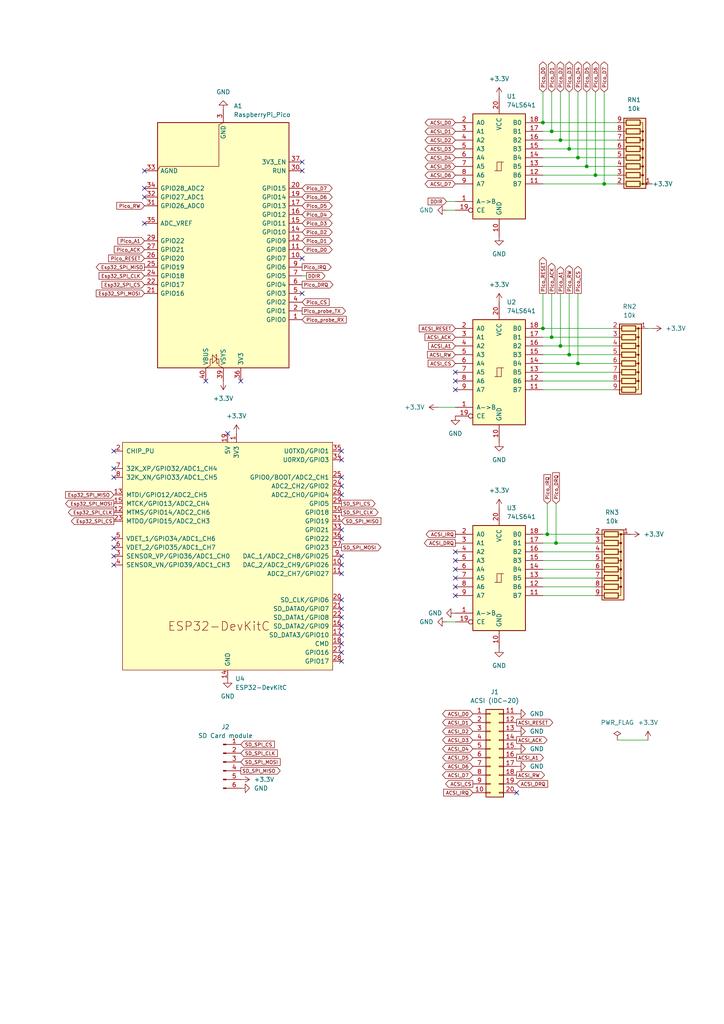
<source format=kicad_sch>
(kicad_sch (version 20231120) (generator "eeschema") (generator_version "8.0")
  (paper "A4" portrait)
  (title_block (title "Fujinet Atari 16 bit rev0") (date "2024-10-13") (rev "0"))
  (lib_symbols
    (symbol "74xx:74LS245" (pin_names (offset 1.016))
      (property "Reference" "U" (at -7.62 16.51 0))
      (property "Value" "74LS245" (at -7.62 -16.51 0))
      (symbol "74LS245_1_0"
        (polyline (pts (xy -0.635 -1.27) (xy -0.635 1.27) (xy 0.635 1.27)))
        (polyline (pts (xy -1.27 -1.27) (xy 0.635 -1.27) (xy 0.635 1.27) (xy 1.27 1.27)))
        (pin input line (at -12.7 -10.16 0) (length 5.08) (name "A->B") (number "1"))
        (pin power_in line (at 0 -20.32 90) (length 5.08) (name "GND") (number "10"))
        (pin tri_state line (at 12.7 -5.08 180) (length 5.08) (name "B7") (number "11"))
        (pin tri_state line (at 12.7 -2.54 180) (length 5.08) (name "B6") (number "12"))
        (pin tri_state line (at 12.7 0 180) (length 5.08) (name "B5") (number "13"))
        (pin tri_state line (at 12.7 2.54 180) (length 5.08) (name "B4") (number "14"))
        (pin tri_state line (at 12.7 5.08 180) (length 5.08) (name "B3") (number "15"))
        (pin tri_state line (at 12.7 7.62 180) (length 5.08) (name "B2") (number "16"))
        (pin tri_state line (at 12.7 10.16 180) (length 5.08) (name "B1") (number "17"))
        (pin tri_state line (at 12.7 12.7 180) (length 5.08) (name "B0") (number "18"))
        (pin input inverted (at -12.7 -12.7 0) (length 5.08) (name "CE") (number "19"))
        (pin tri_state line (at -12.7 12.7 0) (length 5.08) (name "A0") (number "2"))
        (pin power_in line (at 0 20.32 270) (length 5.08) (name "VCC") (number "20"))
        (pin tri_state line (at -12.7 10.16 0) (length 5.08) (name "A1") (number "3"))
        (pin tri_state line (at -12.7 7.62 0) (length 5.08) (name "A2") (number "4"))
        (pin tri_state line (at -12.7 5.08 0) (length 5.08) (name "A3") (number "5"))
        (pin tri_state line (at -12.7 2.54 0) (length 5.08) (name "A4") (number "6"))
        (pin tri_state line (at -12.7 0 0) (length 5.08) (name "A5") (number "7"))
        (pin tri_state line (at -12.7 -2.54 0) (length 5.08) (name "A6") (number "8"))
        (pin tri_state line (at -12.7 -5.08 0) (length 5.08) (name "A7") (number "9"))
      )
      (symbol "74LS245_1_1"
        (rectangle (start -7.62 15.24) (end 7.62 -15.24) (stroke (width 0.254)) (fill (type background)))
      )
    )
    (symbol "Connector:Conn_01x06_Pin" (pin_names (offset 1.016) hide)
      (property "Reference" "J" (at 0 7.62 0))
      (property "Value" "Conn_01x06_Pin" (at 0 -10.16 0))
      (symbol "Conn_01x06_Pin_1_1"
        (polyline (pts (xy 1.27 -7.62) (xy 0.8636 -7.62)) (stroke (width 0.1524)))
        (polyline (pts (xy 1.27 -5.08) (xy 0.8636 -5.08)) (stroke (width 0.1524)))
        (polyline (pts (xy 1.27 -2.54) (xy 0.8636 -2.54)) (stroke (width 0.1524)))
        (polyline (pts (xy 1.27 0) (xy 0.8636 0)) (stroke (width 0.1524)))
        (polyline (pts (xy 1.27 2.54) (xy 0.8636 2.54)) (stroke (width 0.1524)))
        (polyline (pts (xy 1.27 5.08) (xy 0.8636 5.08)) (stroke (width 0.1524)))
        (rectangle (start 0.8636 -7.493) (end 0 -7.747) (stroke (width 0.1524)) (fill (type outline)))
        (rectangle (start 0.8636 -4.953) (end 0 -5.207) (stroke (width 0.1524)) (fill (type outline)))
        (rectangle (start 0.8636 -2.413) (end 0 -2.667) (stroke (width 0.1524)) (fill (type outline)))
        (rectangle (start 0.8636 0.127) (end 0 -0.127) (stroke (width 0.1524)) (fill (type outline)))
        (rectangle (start 0.8636 2.667) (end 0 2.413) (stroke (width 0.1524)) (fill (type outline)))
        (rectangle (start 0.8636 5.207) (end 0 4.953) (stroke (width 0.1524)) (fill (type outline)))
        (pin passive line (at 5.08 5.08 180) (length 3.81) (name "Pin_1") (number "1"))
        (pin passive line (at 5.08 2.54 180) (length 3.81) (name "Pin_2") (number "2"))
        (pin passive line (at 5.08 0 180) (length 3.81) (name "Pin_3") (number "3"))
        (pin passive line (at 5.08 -2.54 180) (length 3.81) (name "Pin_4") (number "4"))
        (pin passive line (at 5.08 -5.08 180) (length 3.81) (name "Pin_5") (number "5"))
        (pin passive line (at 5.08 -7.62 180) (length 3.81) (name "Pin_6") (number "6"))
      )
    )
    (symbol "Connector_Generic:Conn_02x10_Top_Bottom" (pin_names (offset 1.016) hide)
      (property "Reference" "J" (at 1.27 12.7 0))
      (property "Value" "Conn_02x10_Top_Bottom" (at 1.27 -15.24 0))
      (symbol "Conn_02x10_Top_Bottom_1_1"
        (rectangle (start -1.27 -12.573) (end 0 -12.827) (stroke (width 0.1524)))
        (rectangle (start -1.27 -10.033) (end 0 -10.287) (stroke (width 0.1524)))
        (rectangle (start -1.27 -7.493) (end 0 -7.747) (stroke (width 0.1524)))
        (rectangle (start -1.27 -4.953) (end 0 -5.207) (stroke (width 0.1524)))
        (rectangle (start -1.27 -2.413) (end 0 -2.667) (stroke (width 0.1524)))
        (rectangle (start -1.27 0.127) (end 0 -0.127) (stroke (width 0.1524)))
        (rectangle (start -1.27 2.667) (end 0 2.413) (stroke (width 0.1524)))
        (rectangle (start -1.27 5.207) (end 0 4.953) (stroke (width 0.1524)))
        (rectangle (start -1.27 7.747) (end 0 7.493) (stroke (width 0.1524)))
        (rectangle (start -1.27 10.287) (end 0 10.033) (stroke (width 0.1524)))
        (rectangle (start -1.27 11.43) (end 3.81 -13.97) (stroke (width 0.254)) (fill (type background)))
        (rectangle (start 3.81 -12.573) (end 2.54 -12.827) (stroke (width 0.1524)))
        (rectangle (start 3.81 -10.033) (end 2.54 -10.287) (stroke (width 0.1524)))
        (rectangle (start 3.81 -7.493) (end 2.54 -7.747) (stroke (width 0.1524)))
        (rectangle (start 3.81 -4.953) (end 2.54 -5.207) (stroke (width 0.1524)))
        (rectangle (start 3.81 -2.413) (end 2.54 -2.667) (stroke (width 0.1524)))
        (rectangle (start 3.81 0.127) (end 2.54 -0.127) (stroke (width 0.1524)))
        (rectangle (start 3.81 2.667) (end 2.54 2.413) (stroke (width 0.1524)))
        (rectangle (start 3.81 5.207) (end 2.54 4.953) (stroke (width 0.1524)))
        (rectangle (start 3.81 7.747) (end 2.54 7.493) (stroke (width 0.1524)))
        (rectangle (start 3.81 10.287) (end 2.54 10.033) (stroke (width 0.1524)))
        (pin passive line (at -5.08 10.16 0) (length 3.81) (name "Pin_1") (number "1"))
        (pin passive line (at -5.08 -12.7 0) (length 3.81) (name "Pin_10") (number "10"))
        (pin passive line (at 7.62 10.16 180) (length 3.81) (name "Pin_11") (number "11"))
        (pin passive line (at 7.62 7.62 180) (length 3.81) (name "Pin_12") (number "12"))
        (pin passive line (at 7.62 5.08 180) (length 3.81) (name "Pin_13") (number "13"))
        (pin passive line (at 7.62 2.54 180) (length 3.81) (name "Pin_14") (number "14"))
        (pin passive line (at 7.62 0 180) (length 3.81) (name "Pin_15") (number "15"))
        (pin passive line (at 7.62 -2.54 180) (length 3.81) (name "Pin_16") (number "16"))
        (pin passive line (at 7.62 -5.08 180) (length 3.81) (name "Pin_17") (number "17"))
        (pin passive line (at 7.62 -7.62 180) (length 3.81) (name "Pin_18") (number "18"))
        (pin passive line (at 7.62 -10.16 180) (length 3.81) (name "Pin_19") (number "19"))
        (pin passive line (at -5.08 7.62 0) (length 3.81) (name "Pin_2") (number "2"))
        (pin passive line (at 7.62 -12.7 180) (length 3.81) (name "Pin_20") (number "20"))
        (pin passive line (at -5.08 5.08 0) (length 3.81) (name "Pin_3") (number "3"))
        (pin passive line (at -5.08 2.54 0) (length 3.81) (name "Pin_4") (number "4"))
        (pin passive line (at -5.08 0 0) (length 3.81) (name "Pin_5") (number "5"))
        (pin passive line (at -5.08 -2.54 0) (length 3.81) (name "Pin_6") (number "6"))
        (pin passive line (at -5.08 -5.08 0) (length 3.81) (name "Pin_7") (number "7"))
        (pin passive line (at -5.08 -7.62 0) (length 3.81) (name "Pin_8") (number "8"))
        (pin passive line (at -5.08 -10.16 0) (length 3.81) (name "Pin_9") (number "9"))
      )
    )
    (symbol "Device:R_Network08" (pin_names (offset 0) hide)
      (property "Reference" "RN" (at -12.7 0 90))
      (property "Value" "R_Network08" (at 10.16 0 90))
      (symbol "R_Network08_0_1"
        (rectangle (start -11.43 -3.175) (end 8.89 3.175) (stroke (width 0.254)) (fill (type background)))
        (rectangle (start -10.922 1.524) (end -9.398 -2.54) (stroke (width 0.254)))
        (circle (center -10.16 2.286) (radius 0.254) (fill (type outline)))
        (rectangle (start -8.382 1.524) (end -6.858 -2.54) (stroke (width 0.254)))
        (circle (center -7.62 2.286) (radius 0.254) (fill (type outline)))
        (rectangle (start -5.842 1.524) (end -4.318 -2.54) (stroke (width 0.254)))
        (circle (center -5.08 2.286) (radius 0.254) (fill (type outline)))
        (rectangle (start -3.302 1.524) (end -1.778 -2.54) (stroke (width 0.254)))
        (circle (center -2.54 2.286) (radius 0.254) (fill (type outline)))
        (rectangle (start -0.762 1.524) (end 0.762 -2.54) (stroke (width 0.254)))
        (polyline (pts (xy -10.16 -2.54) (xy -10.16 -3.81)))
        (polyline (pts (xy -7.62 -2.54) (xy -7.62 -3.81)))
        (polyline (pts (xy -5.08 -2.54) (xy -5.08 -3.81)))
        (polyline (pts (xy -2.54 -2.54) (xy -2.54 -3.81)))
        (polyline (pts (xy 0 -2.54) (xy 0 -3.81)))
        (polyline (pts (xy 2.54 -2.54) (xy 2.54 -3.81)))
        (polyline (pts (xy 5.08 -2.54) (xy 5.08 -3.81)))
        (polyline (pts (xy 7.62 -2.54) (xy 7.62 -3.81)))
        (polyline (pts (xy -10.16 1.524) (xy -10.16 2.286) (xy -7.62 2.286) (xy -7.62 1.524)))
        (polyline (pts (xy -7.62 1.524) (xy -7.62 2.286) (xy -5.08 2.286) (xy -5.08 1.524)))
        (polyline (pts (xy -5.08 1.524) (xy -5.08 2.286) (xy -2.54 2.286) (xy -2.54 1.524)))
        (polyline (pts (xy -2.54 1.524) (xy -2.54 2.286) (xy 0 2.286) (xy 0 1.524)))
        (polyline (pts (xy 0 1.524) (xy 0 2.286) (xy 2.54 2.286) (xy 2.54 1.524)))
        (polyline (pts (xy 2.54 1.524) (xy 2.54 2.286) (xy 5.08 2.286) (xy 5.08 1.524)))
        (polyline (pts (xy 5.08 1.524) (xy 5.08 2.286) (xy 7.62 2.286) (xy 7.62 1.524)))
        (circle (center 0 2.286) (radius 0.254) (fill (type outline)))
        (rectangle (start 1.778 1.524) (end 3.302 -2.54) (stroke (width 0.254)))
        (circle (center 2.54 2.286) (radius 0.254) (fill (type outline)))
        (rectangle (start 4.318 1.524) (end 5.842 -2.54) (stroke (width 0.254)))
        (circle (center 5.08 2.286) (radius 0.254) (fill (type outline)))
        (rectangle (start 6.858 1.524) (end 8.382 -2.54) (stroke (width 0.254)))
      )
      (symbol "R_Network08_1_1"
        (pin passive line (at -10.16 5.08 270) (length 2.54) (name "common") (number "1"))
        (pin passive line (at -10.16 -5.08 90) (length 1.27) (name "R1") (number "2"))
        (pin passive line (at -7.62 -5.08 90) (length 1.27) (name "R2") (number "3"))
        (pin passive line (at -5.08 -5.08 90) (length 1.27) (name "R3") (number "4"))
        (pin passive line (at -2.54 -5.08 90) (length 1.27) (name "R4") (number "5"))
        (pin passive line (at 0 -5.08 90) (length 1.27) (name "R5") (number "6"))
        (pin passive line (at 2.54 -5.08 90) (length 1.27) (name "R6") (number "7"))
        (pin passive line (at 5.08 -5.08 90) (length 1.27) (name "R7") (number "8"))
        (pin passive line (at 7.62 -5.08 90) (length 1.27) (name "R8") (number "9"))
      )
    )
    (symbol "esp32:ESP32-DevKitC" (pin_names (offset 1.016))
      (property "Reference" "U" (at -30.48 38.1 0))
      (property "Value" "ESP32-DevKitC" (at -30.48 35.56 0))
      (symbol "ESP32-DevKitC_0_0"
        (text "ESP32-DevKitC" (at -2.54 -20.32 0) (effects (font (size 2.54 2.54))))
        (pin power_in line (at 0 -35.56 90) (length 2.54) (name "GND") (number "14"))
        (pin power_in line (at 0 35.56 270) (length 2.54) (name "5V") (number "19"))
      )
      (symbol "ESP32-DevKitC_0_1"
        (rectangle (start -30.48 33.02) (end 30.48 -33.02) (fill (type background)))
      )
      (symbol "ESP32-DevKitC_1_1"
        (pin power_in line (at 2.54 35.56 270) (length 2.54) (name "3V3") (number "1"))
        (pin bidirectional line (at 33.02 -2.54 180) (length 2.54) (name "DAC_2/ADC2_CH9/GPIO26") (number "10"))
        (pin bidirectional line (at 33.02 -5.08 180) (length 2.54) (name "ADC2_CH7/GPIO27") (number "11"))
        (pin bidirectional line (at -33.02 12.7 0) (length 2.54) (name "MTMS/GPIO14/ADC2_CH6") (number "12"))
        (pin bidirectional line (at -33.02 17.78 0) (length 2.54) (name "MTDI/GPIO12/ADC2_CH5") (number "13"))
        (pin bidirectional line (at -33.02 15.24 0) (length 2.54) (name "MTCK/GPIO13/ADC2_CH4") (number "15"))
        (pin bidirectional line (at 33.02 -20.32 180) (length 2.54) (name "SD_DATA2/GPIO9") (number "16"))
        (pin bidirectional line (at 33.02 -22.86 180) (length 2.54) (name "SD_DATA3/GPIO10") (number "17"))
        (pin bidirectional line (at 33.02 -25.4 180) (length 2.54) (name "CMD") (number "18"))
        (pin input line (at -33.02 30.48 0) (length 2.54) (name "CHIP_PU") (number "2"))
        (pin bidirectional line (at 33.02 -12.7 180) (length 2.54) (name "SD_CLK/GPIO6") (number "20"))
        (pin bidirectional line (at 33.02 -15.24 180) (length 2.54) (name "SD_DATA0/GPIO7") (number "21"))
        (pin bidirectional line (at 33.02 -17.78 180) (length 2.54) (name "SD_DATA1/GPIO8") (number "22"))
        (pin bidirectional line (at -33.02 10.16 0) (length 2.54) (name "MTDO/GPIO15/ADC2_CH3") (number "23"))
        (pin bidirectional line (at 33.02 20.32 180) (length 2.54) (name "ADC2_CH2/GPIO2") (number "24"))
        (pin bidirectional line (at 33.02 22.86 180) (length 2.54) (name "GPIO0/BOOT/ADC2_CH1") (number "25"))
        (pin bidirectional line (at 33.02 17.78 180) (length 2.54) (name "ADC2_CH0/GPIO4") (number "26"))
        (pin bidirectional line (at 33.02 -27.94 180) (length 2.54) (name "GPIO16") (number "27"))
        (pin bidirectional line (at 33.02 -30.48 180) (length 2.54) (name "GPIO17") (number "28"))
        (pin bidirectional line (at 33.02 15.24 180) (length 2.54) (name "GPIO5") (number "29"))
        (pin input line (at -33.02 0 0) (length 2.54) (name "SENSOR_VP/GPIO36/ADC1_CH0") (number "3"))
        (pin bidirectional line (at 33.02 12.7 180) (length 2.54) (name "GPIO18") (number "30"))
        (pin bidirectional line (at 33.02 10.16 180) (length 2.54) (name "GPIO19") (number "31"))
        (pin passive line (at 0 -35.56 90) (length 2.54) hide (name "GND") (number "32"))
        (pin bidirectional line (at 33.02 7.62 180) (length 2.54) (name "GPIO21") (number "33"))
        (pin bidirectional line (at 33.02 27.94 180) (length 2.54) (name "U0RXD/GPIO3") (number "34"))
        (pin bidirectional line (at 33.02 30.48 180) (length 2.54) (name "U0TXD/GPIO1") (number "35"))
        (pin bidirectional line (at 33.02 5.08 180) (length 2.54) (name "GPIO22") (number "36"))
        (pin bidirectional line (at 33.02 2.54 180) (length 2.54) (name "GPIO23") (number "37"))
        (pin passive line (at 0 -35.56 90) (length 2.54) hide (name "GND") (number "38"))
        (pin input line (at -33.02 -2.54 0) (length 2.54) (name "SENSOR_VN/GPIO39/ADC1_CH3") (number "4"))
        (pin input line (at -33.02 5.08 0) (length 2.54) (name "VDET_1/GPIO34/ADC1_CH6") (number "5"))
        (pin input line (at -33.02 2.54 0) (length 2.54) (name "VDET_2/GPIO35/ADC1_CH7") (number "6"))
        (pin bidirectional line (at -33.02 25.4 0) (length 2.54) (name "32K_XP/GPIO32/ADC1_CH4") (number "7"))
        (pin bidirectional line (at -33.02 22.86 0) (length 2.54) (name "32K_XN/GPIO33/ADC1_CH5") (number "8"))
        (pin bidirectional line (at 33.02 0 180) (length 2.54) (name "DAC_1/ADC2_CH8/GPIO25") (number "9"))
      )
    )
    (symbol "pi_pico:RaspberryPi_Pico" (pin_names (offset 0.762))
      (property "Reference" "A" (at -19.05 38.1 0))
      (property "Value" "RaspberryPi_Pico" (at 7.62 38.1 0))
      (symbol "RaspberryPi_Pico_0_1"
        (rectangle (start -19.05 36.83) (end 19.05 -34.29) (stroke (width 0.254)) (fill (type background)))
        (polyline (pts (xy 0 36.83) (xy 1.27 36.195) (xy 1.27 34.29) (xy 1.905 34.29)))
        (polyline (pts (xy 1.905 34.29) (xy 3.175 35.56) (xy 3.175 33.02) (xy 1.905 34.29)))
        (polyline (pts (xy 5.08 36.83) (xy 3.81 36.195) (xy 3.81 34.29) (xy 3.175 34.29)))
        (polyline (pts (xy 0 -34.29) (xy 1.27 -33.655) (xy 1.27 -21.59) (xy 18.415 -21.59) (xy 19.05 -20.32)))
        (polyline (pts (xy 1.651 35.306) (xy 1.651 35.56) (xy 1.905 35.56) (xy 1.905 33.02) (xy 2.159 33.02) (xy 2.159 33.274)))
      )
      (symbol "RaspberryPi_Pico_1_1"
        (pin bidirectional line (at -22.86 22.86 0) (length 3.81) (name "GPIO0") (number "1"))
        (pin bidirectional line (at -22.86 5.08 0) (length 3.81) (name "GPIO7") (number "10"))
        (pin bidirectional line (at -22.86 2.54 0) (length 3.81) (name "GPIO8") (number "11"))
        (pin bidirectional line (at -22.86 0 0) (length 3.81) (name "GPIO9") (number "12"))
        (pin passive line (at 0 -38.1 90) (length 3.81) hide (name "GND") (number "13"))
        (pin bidirectional line (at -22.86 -2.54 0) (length 3.81) (name "GPIO10") (number "14"))
        (pin bidirectional line (at -22.86 -5.08 0) (length 3.81) (name "GPIO11") (number "15"))
        (pin bidirectional line (at -22.86 -7.62 0) (length 3.81) (name "GPIO12") (number "16"))
        (pin bidirectional line (at -22.86 -10.16 0) (length 3.81) (name "GPIO13") (number "17"))
        (pin passive line (at 0 -38.1 90) (length 3.81) hide (name "GND") (number "18"))
        (pin bidirectional line (at -22.86 -12.7 0) (length 3.81) (name "GPIO14") (number "19"))
        (pin bidirectional line (at -22.86 20.32 0) (length 3.81) (name "GPIO1") (number "2"))
        (pin bidirectional line (at -22.86 -15.24 0) (length 3.81) (name "GPIO15") (number "20"))
        (pin bidirectional line (at 22.86 15.24 180) (length 3.81) (name "GPIO16") (number "21"))
        (pin bidirectional line (at 22.86 12.7 180) (length 3.81) (name "GPIO17") (number "22"))
        (pin passive line (at 0 -38.1 90) (length 3.81) hide (name "GND") (number "23"))
        (pin bidirectional line (at 22.86 10.16 180) (length 3.81) (name "GPIO18") (number "24"))
        (pin bidirectional line (at 22.86 7.62 180) (length 3.81) (name "GPIO19") (number "25"))
        (pin bidirectional line (at 22.86 5.08 180) (length 3.81) (name "GPIO20") (number "26"))
        (pin bidirectional line (at 22.86 2.54 180) (length 3.81) (name "GPIO21") (number "27"))
        (pin passive line (at 0 -38.1 90) (length 3.81) hide (name "GND") (number "28"))
        (pin bidirectional line (at 22.86 0 180) (length 3.81) (name "GPIO22") (number "29"))
        (pin power_out line (at 0 -38.1 90) (length 3.81) (name "GND") (number "3"))
        (pin input line (at -22.86 -20.32 0) (length 3.81) (name "RUN") (number "30"))
        (pin bidirectional line (at 22.86 -10.16 180) (length 3.81) (name "GPIO26_ADC0") (number "31"))
        (pin bidirectional line (at 22.86 -12.7 180) (length 3.81) (name "GPIO27_ADC1") (number "32"))
        (pin power_out line (at 22.86 -20.32 180) (length 3.81) (name "AGND") (number "33"))
        (pin bidirectional line (at 22.86 -15.24 180) (length 3.81) (name "GPIO28_ADC2") (number "34"))
        (pin power_in line (at 22.86 -5.08 180) (length 3.81) (name "ADC_VREF") (number "35"))
        (pin power_out line (at -5.08 40.64 270) (length 3.81) (name "3V3") (number "36"))
        (pin input line (at -22.86 -22.86 0) (length 3.81) (name "3V3_EN") (number "37"))
        (pin passive line (at 0 -38.1 90) (length 3.81) hide (name "GND") (number "38"))
        (pin power_in line (at 0 40.64 270) (length 3.81) (name "VSYS") (number "39"))
        (pin bidirectional line (at -22.86 17.78 0) (length 3.81) (name "GPIO2") (number "4"))
        (pin power_out line (at 5.08 40.64 270) (length 3.81) (name "VBUS") (number "40"))
        (pin bidirectional line (at -22.86 15.24 0) (length 3.81) (name "GPIO3") (number "5"))
        (pin bidirectional line (at -22.86 12.7 0) (length 3.81) (name "GPIO4") (number "6"))
        (pin bidirectional line (at -22.86 10.16 0) (length 3.81) (name "GPIO5") (number "7"))
        (pin passive line (at 0 -38.1 90) (length 3.81) hide (name "GND") (number "8"))
        (pin bidirectional line (at -22.86 7.62 0) (length 3.81) (name "GPIO6") (number "9"))
      )
    )
    (symbol "power:+3.3V" (power) (pin_numbers hide) (pin_names (offset 0) hide)
      (property "Value" "+3.3V" (at 0 3.556 0))
      (symbol "+3.3V_0_1"
        (polyline (pts (xy -0.762 1.27) (xy 0 2.54)))
        (polyline (pts (xy 0 0) (xy 0 2.54)))
        (polyline (pts (xy 0 2.54) (xy 0.762 1.27)))
      )
      (symbol "+3.3V_1_1"
        (pin power_in line (at 0 0 90) (length 0) (name "~") (number "1"))
      )
    )
    (symbol "power:GND" (power) (pin_numbers hide) (pin_names (offset 0) hide)
      (property "Value" "GND" (at 0 -3.81 0))
      (symbol "GND_0_1"
        (polyline (pts (xy 0 0) (xy 0 -1.27) (xy 1.27 -1.27) (xy 0 -2.54) (xy -1.27 -1.27) (xy 0 -1.27)))
      )
      (symbol "GND_1_1"
        (pin power_in line (at 0 0 270) (length 0) (name "~") (number "1"))
      )
    )
    (symbol "power:PWR_FLAG" (power) (pin_numbers hide) (pin_names (offset 0) hide)
      (property "Value" "PWR_FLAG" (at 0 3.81 0))
      (symbol "PWR_FLAG_0_0"
        (pin power_out line (at 0 0 90) (length 0) (name "~") (number "1"))
      )
      (symbol "PWR_FLAG_0_1"
        (polyline (pts (xy 0 0) (xy 0 1.27) (xy -1.016 1.905) (xy 0 2.54) (xy 1.016 1.905) (xy 0 1.27)))
      )
    )
  )
  (junction (at 172.72 50.8))
  (junction (at 160.02 38.1))
  (junction (at 160.02 97.79))
  (junction (at 162.56 40.64))
  (junction (at 165.1 102.87))
  (junction (at 157.48 35.56))
  (junction (at 167.64 105.41))
  (junction (at 162.56 100.33))
  (junction (at 158.75 154.94))
  (junction (at 165.1 43.18))
  (junction (at 175.26 53.34))
  (junction (at 157.48 95.25))
  (junction (at 170.18 48.26))
  (junction (at 161.29 157.48))
  (junction (at 167.64 45.72))
  (no_connect (at 99.06 179.07))
  (no_connect (at 99.06 184.15))
  (no_connect (at 99.06 186.69))
  (no_connect (at 132.08 167.64))
  (no_connect (at 99.06 133.35))
  (no_connect (at 41.91 57.15))
  (no_connect (at 33.02 138.43))
  (no_connect (at 132.08 170.18))
  (no_connect (at 132.08 113.03))
  (no_connect (at 33.02 156.21))
  (no_connect (at 149.86 229.87))
  (no_connect (at 99.06 143.51))
  (no_connect (at 66.04 125.73))
  (no_connect (at 41.91 54.61))
  (no_connect (at 99.06 130.81))
  (no_connect (at 87.63 49.53))
  (no_connect (at 33.02 135.89))
  (no_connect (at 99.06 189.23))
  (no_connect (at 132.08 162.56))
  (no_connect (at 99.06 138.43))
  (no_connect (at 99.06 153.67))
  (no_connect (at 99.06 140.97))
  (no_connect (at 99.06 163.83))
  (no_connect (at 132.08 107.95))
  (no_connect (at 99.06 156.21))
  (no_connect (at 87.63 85.09))
  (no_connect (at 87.63 46.99))
  (no_connect (at 99.06 166.37))
  (no_connect (at 132.08 160.02))
  (no_connect (at 132.08 165.1))
  (no_connect (at 99.06 161.29))
  (no_connect (at 99.06 191.77))
  (no_connect (at 99.06 173.99))
  (no_connect (at 41.91 49.53))
  (no_connect (at 33.02 163.83))
  (no_connect (at 41.91 64.77))
  (no_connect (at 33.02 130.81))
  (no_connect (at 87.63 74.93))
  (no_connect (at 33.02 158.75))
  (no_connect (at 99.06 181.61))
  (no_connect (at 69.85 110.49))
  (no_connect (at 132.08 172.72))
  (no_connect (at 99.06 176.53))
  (no_connect (at 132.08 110.49))
  (no_connect (at 33.02 161.29))
  (no_connect (at 59.69 110.49))
  (wire (pts (xy 189.23 53.34) (xy 185.42 53.34)))
  (wire (pts (xy 157.48 110.49) (xy 177.8 110.49)))
  (wire (pts (xy 162.56 85.09) (xy 162.56 100.33)))
  (wire (pts (xy 157.48 50.8) (xy 172.72 50.8)))
  (wire (pts (xy 157.48 170.18) (xy 172.72 170.18)))
  (wire (pts (xy 179.07 53.34) (xy 175.26 53.34)))
  (wire (pts (xy 165.1 26.67) (xy 165.1 43.18)))
  (wire (pts (xy 162.56 26.67) (xy 162.56 40.64)))
  (wire (pts (xy 165.1 43.18) (xy 179.07 43.18)))
  (wire (pts (xy 157.48 100.33) (xy 162.56 100.33)))
  (wire (pts (xy 132.08 60.96) (xy 129.54 60.96)))
  (wire (pts (xy 157.48 105.41) (xy 167.64 105.41)))
  (wire (pts (xy 157.48 85.09) (xy 157.48 95.25)))
  (wire (pts (xy 160.02 38.1) (xy 179.07 38.1)))
  (wire (pts (xy 161.29 157.48) (xy 172.72 157.48)))
  (wire (pts (xy 129.54 58.42) (xy 132.08 58.42)))
  (wire (pts (xy 157.48 172.72) (xy 172.72 172.72)))
  (wire (pts (xy 157.48 160.02) (xy 172.72 160.02)))
  (wire (pts (xy 132.08 180.34) (xy 129.54 180.34)))
  (wire (pts (xy 167.64 45.72) (xy 179.07 45.72)))
  (wire (pts (xy 157.48 43.18) (xy 165.1 43.18)))
  (wire (pts (xy 172.72 26.67) (xy 172.72 50.8)))
  (wire (pts (xy 170.18 48.26) (xy 179.07 48.26)))
  (wire (pts (xy 157.48 167.64) (xy 172.72 167.64)))
  (wire (pts (xy 161.29 146.05) (xy 161.29 157.48)))
  (wire (pts (xy 157.48 113.03) (xy 177.8 113.03)))
  (wire (pts (xy 167.64 85.09) (xy 167.64 105.41)))
  (wire (pts (xy 172.72 50.8) (xy 179.07 50.8)))
  (wire (pts (xy 160.02 97.79) (xy 177.8 97.79)))
  (wire (pts (xy 160.02 85.09) (xy 160.02 97.79)))
  (wire (pts (xy 170.18 26.67) (xy 170.18 48.26)))
  (wire (pts (xy 157.48 107.95) (xy 177.8 107.95)))
  (wire (pts (xy 160.02 26.67) (xy 160.02 38.1)))
  (wire (pts (xy 157.48 53.34) (xy 175.26 53.34)))
  (wire (pts (xy 187.96 95.25) (xy 189.23 95.25)))
  (wire (pts (xy 167.64 26.67) (xy 167.64 45.72)))
  (wire (pts (xy 162.56 40.64) (xy 179.07 40.64)))
  (wire (pts (xy 157.48 48.26) (xy 170.18 48.26)))
  (wire (pts (xy 162.56 100.33) (xy 177.8 100.33)))
  (wire (pts (xy 157.48 162.56) (xy 172.72 162.56)))
  (wire (pts (xy 158.75 154.94) (xy 172.72 154.94)))
  (wire (pts (xy 157.48 35.56) (xy 179.07 35.56)))
  (wire (pts (xy 157.48 154.94) (xy 158.75 154.94)))
  (wire (pts (xy 157.48 45.72) (xy 167.64 45.72)))
  (wire (pts (xy 157.48 102.87) (xy 165.1 102.87)))
  (wire (pts (xy 157.48 97.79) (xy 160.02 97.79)))
  (wire (pts (xy 88.9 80.01) (xy 87.63 80.01)))
  (wire (pts (xy 179.07 214.63) (xy 187.96 214.63)))
  (wire (pts (xy 165.1 102.87) (xy 177.8 102.87)))
  (wire (pts (xy 167.64 105.41) (xy 177.8 105.41)))
  (wire (pts (xy 157.48 38.1) (xy 160.02 38.1)))
  (wire (pts (xy 157.48 26.67) (xy 157.48 35.56)))
  (wire (pts (xy 157.48 40.64) (xy 162.56 40.64)))
  (wire (pts (xy 157.48 157.48) (xy 161.29 157.48)))
  (wire (pts (xy 157.48 165.1) (xy 172.72 165.1)))
  (wire (pts (xy 157.48 95.25) (xy 177.8 95.25)))
  (wire (pts (xy 158.75 146.05) (xy 158.75 154.94)))
  (wire (pts (xy 127 118.11) (xy 132.08 118.11)))
  (wire (pts (xy 175.26 26.67) (xy 175.26 53.34)))
  (wire (pts (xy 165.1 85.09) (xy 165.1 102.87)))
  (global_label "Pico_probe_RX" (shape input) (at 87.63 92.71 0) (effects (font (size 1 1))) (property "Intersheetrefs" "${INTERSHEET_REFS}" (effects (hide yes))))
  (global_label "SD_SPI_CS" (shape input) (at 69.85 215.9 0) (effects (font (size 1 1))) (property "Intersheetrefs" "${INTERSHEET_REFS}" (effects (hide yes))))
  (global_label "Pico_RESET" (shape input) (at 41.91 74.93 180) (effects (font (size 1 1))) (property "Intersheetrefs" "${INTERSHEET_REFS}" (effects (hide yes))))
  (global_label "ACSI_RESET" (shape input) (at 132.08 95.25 180) (effects (font (size 1 1))) (property "Intersheetrefs" "${INTERSHEET_REFS}" (effects (hide yes))))
  (global_label "Pico_D6" (shape bidirectional) (at 87.63 57.15 0) (effects (font (size 1 1))) (property "Intersheetrefs" "${INTERSHEET_REFS}" (effects (hide yes))))
  (global_label "Pico_probe_TX" (shape output) (at 87.63 90.17 0) (effects (font (size 1 1))) (property "Intersheetrefs" "${INTERSHEET_REFS}" (effects (hide yes))))
  (global_label "ACSI_RW" (shape input) (at 132.08 102.87 180) (effects (font (size 1 1))) (property "Intersheetrefs" "${INTERSHEET_REFS}" (effects (hide yes))))
  (global_label "ACSI_D1" (shape bidirectional) (at 137.16 209.55 180) (effects (font (size 1 1))) (property "Intersheetrefs" "${INTERSHEET_REFS}" (effects (hide yes))))
  (global_label "ACSI_D4" (shape bidirectional) (at 132.08 45.72 180) (effects (font (size 1 1))) (property "Intersheetrefs" "${INTERSHEET_REFS}" (effects (hide yes))))
  (global_label "Pico_A1" (shape output) (at 162.56 85.09 90) (effects (font (size 1 1))) (property "Intersheetrefs" "${INTERSHEET_REFS}" (effects (hide yes))))
  (global_label "SD_SPI_CS" (shape output) (at 99.06 146.05 0) (effects (font (size 1 1))) (property "Intersheetrefs" "${INTERSHEET_REFS}" (effects (hide yes))))
  (global_label "Esp32_SPI_MOSI" (shape output) (at 33.02 146.05 180) (effects (font (size 1 1))) (property "Intersheetrefs" "${INTERSHEET_REFS}" (effects (hide yes))))
  (global_label "Pico_D7" (shape bidirectional) (at 87.63 54.61 0) (effects (font (size 1 1))) (property "Intersheetrefs" "${INTERSHEET_REFS}" (effects (hide yes))))
  (global_label "ACSI_D6" (shape bidirectional) (at 132.08 50.8 180) (effects (font (size 1 1))) (property "Intersheetrefs" "${INTERSHEET_REFS}" (effects (hide yes))))
  (global_label "Pico_D7" (shape bidirectional) (at 175.26 26.67 90) (effects (font (size 1 1))) (property "Intersheetrefs" "${INTERSHEET_REFS}" (effects (hide yes))))
  (global_label "ACSI_IRQ" (shape output) (at 132.08 154.94 180) (effects (font (size 1 1))) (property "Intersheetrefs" "${INTERSHEET_REFS}" (effects (hide yes))))
  (global_label "SD_SPI_CLK" (shape input) (at 69.85 218.44 0) (effects (font (size 1 1))) (property "Intersheetrefs" "${INTERSHEET_REFS}" (effects (hide yes))))
  (global_label "Pico_ACK" (shape output) (at 160.02 85.09 90) (effects (font (size 1 1))) (property "Intersheetrefs" "${INTERSHEET_REFS}" (effects (hide yes))))
  (global_label "ACSI_D6" (shape bidirectional) (at 137.16 222.25 180) (effects (font (size 1 1))) (property "Intersheetrefs" "${INTERSHEET_REFS}" (effects (hide yes))))
  (global_label "Pico_IRQ" (shape output) (at 87.63 77.47 0) (effects (font (size 1 1))) (property "Intersheetrefs" "${INTERSHEET_REFS}" (effects (hide yes))))
  (global_label "Pico_D0" (shape bidirectional) (at 157.48 26.67 90) (effects (font (size 1 1))) (property "Intersheetrefs" "${INTERSHEET_REFS}" (effects (hide yes))))
  (global_label "Esp32_SPI_MISO" (shape input) (at 33.02 143.51 180) (effects (font (size 1 1))) (property "Intersheetrefs" "${INTERSHEET_REFS}" (effects (hide yes))))
  (global_label "DDIR" (shape output) (at 88.9 80.01 0) (effects (font (size 1 1))) (property "Intersheetrefs" "${INTERSHEET_REFS}" (effects (hide yes))))
  (global_label "Pico_CS" (shape output) (at 167.64 85.09 90) (effects (font (size 1 1))) (property "Intersheetrefs" "${INTERSHEET_REFS}" (effects (hide yes))))
  (global_label "ACSI_ACK" (shape output) (at 149.86 214.63 0) (effects (font (size 1 1))) (property "Intersheetrefs" "${INTERSHEET_REFS}" (effects (hide yes))))
  (global_label "ACSI_D2" (shape bidirectional) (at 132.08 40.64 180) (effects (font (size 1 1))) (property "Intersheetrefs" "${INTERSHEET_REFS}" (effects (hide yes))))
  (global_label "Pico_D6" (shape bidirectional) (at 172.72 26.67 90) (effects (font (size 1 1))) (property "Intersheetrefs" "${INTERSHEET_REFS}" (effects (hide yes))))
  (global_label "Pico_RW" (shape output) (at 165.1 85.09 90) (effects (font (size 1 1))) (property "Intersheetrefs" "${INTERSHEET_REFS}" (effects (hide yes))))
  (global_label "Esp32_SPI_CLK" (shape input) (at 41.91 80.01 180) (effects (font (size 1 1))) (property "Intersheetrefs" "${INTERSHEET_REFS}" (effects (hide yes))))
  (global_label "Pico_D3" (shape bidirectional) (at 165.1 26.67 90) (effects (font (size 1 1))) (property "Intersheetrefs" "${INTERSHEET_REFS}" (effects (hide yes))))
  (global_label "Pico_D5" (shape bidirectional) (at 170.18 26.67 90) (effects (font (size 1 1))) (property "Intersheetrefs" "${INTERSHEET_REFS}" (effects (hide yes))))
  (global_label "Pico_DRQ" (shape input) (at 161.29 146.05 90) (effects (font (size 1 1))) (property "Intersheetrefs" "${INTERSHEET_REFS}" (effects (hide yes))))
  (global_label "SD_SPI_MOSI" (shape input) (at 69.85 220.98 0) (effects (font (size 1 1))) (property "Intersheetrefs" "${INTERSHEET_REFS}" (effects (hide yes))))
  (global_label "ACSI_D1" (shape bidirectional) (at 132.08 38.1 180) (effects (font (size 1 1))) (property "Intersheetrefs" "${INTERSHEET_REFS}" (effects (hide yes))))
  (global_label "ACSI_D5" (shape bidirectional) (at 132.08 48.26 180) (effects (font (size 1 1))) (property "Intersheetrefs" "${INTERSHEET_REFS}" (effects (hide yes))))
  (global_label "ACSI_D5" (shape bidirectional) (at 137.16 219.71 180) (effects (font (size 1 1))) (property "Intersheetrefs" "${INTERSHEET_REFS}" (effects (hide yes))))
  (global_label "Pico_D3" (shape bidirectional) (at 87.63 64.77 0) (effects (font (size 1 1))) (property "Intersheetrefs" "${INTERSHEET_REFS}" (effects (hide yes))))
  (global_label "Pico_A1" (shape input) (at 41.91 69.85 180) (effects (font (size 1 1))) (property "Intersheetrefs" "${INTERSHEET_REFS}" (effects (hide yes))))
  (global_label "Esp32_SPI_MOSI" (shape input) (at 41.91 85.09 180) (effects (font (size 1 1))) (property "Intersheetrefs" "${INTERSHEET_REFS}" (effects (hide yes))))
  (global_label "ACSI_RW" (shape output) (at 149.86 224.79 0) (effects (font (size 1 1))) (property "Intersheetrefs" "${INTERSHEET_REFS}" (effects (hide yes))))
  (global_label "SD_SPI_MOSI" (shape output) (at 99.06 158.75 0) (effects (font (size 1 1))) (property "Intersheetrefs" "${INTERSHEET_REFS}" (effects (hide yes))))
  (global_label "ACSI_IRQ" (shape input) (at 137.16 229.87 180) (effects (font (size 1 1))) (property "Intersheetrefs" "${INTERSHEET_REFS}" (effects (hide yes))))
  (global_label "Pico_D5" (shape bidirectional) (at 87.63 59.69 0) (effects (font (size 1 1))) (property "Intersheetrefs" "${INTERSHEET_REFS}" (effects (hide yes))))
  (global_label "SD_SPI_CLK" (shape output) (at 99.06 148.59 0) (effects (font (size 1 1))) (property "Intersheetrefs" "${INTERSHEET_REFS}" (effects (hide yes))))
  (global_label "ACSI_D4" (shape bidirectional) (at 137.16 217.17 180) (effects (font (size 1 1))) (property "Intersheetrefs" "${INTERSHEET_REFS}" (effects (hide yes))))
  (global_label "ACSI_RESET" (shape output) (at 149.86 209.55 0) (effects (font (size 1 1))) (property "Intersheetrefs" "${INTERSHEET_REFS}" (effects (hide yes))))
  (global_label "ACSI_DRQ" (shape output) (at 132.08 157.48 180) (effects (font (size 1 1))) (property "Intersheetrefs" "${INTERSHEET_REFS}" (effects (hide yes))))
  (global_label "ACSI_A1" (shape output) (at 149.86 219.71 0) (effects (font (size 1 1))) (property "Intersheetrefs" "${INTERSHEET_REFS}" (effects (hide yes))))
  (global_label "Pico_IRQ" (shape input) (at 158.75 146.05 90) (effects (font (size 1 1))) (property "Intersheetrefs" "${INTERSHEET_REFS}" (effects (hide yes))))
  (global_label "ACSI_D0" (shape bidirectional) (at 137.16 207.01 180) (effects (font (size 1 1))) (property "Intersheetrefs" "${INTERSHEET_REFS}" (effects (hide yes))))
  (global_label "ACSI_CS" (shape input) (at 132.08 105.41 180) (effects (font (size 1 1))) (property "Intersheetrefs" "${INTERSHEET_REFS}" (effects (hide yes))))
  (global_label "SD_SPI_MISO" (shape input) (at 99.06 151.13 0) (effects (font (size 1 1))) (property "Intersheetrefs" "${INTERSHEET_REFS}" (effects (hide yes))))
  (global_label "Pico_D0" (shape bidirectional) (at 87.63 72.39 0) (effects (font (size 1 1))) (property "Intersheetrefs" "${INTERSHEET_REFS}" (effects (hide yes))))
  (global_label "ACSI_D2" (shape bidirectional) (at 137.16 212.09 180) (effects (font (size 1 1))) (property "Intersheetrefs" "${INTERSHEET_REFS}" (effects (hide yes))))
  (global_label "Pico_RESET" (shape output) (at 157.48 85.09 90) (effects (font (size 1 1))) (property "Intersheetrefs" "${INTERSHEET_REFS}" (effects (hide yes))))
  (global_label "Pico_D1" (shape bidirectional) (at 160.02 26.67 90) (effects (font (size 1 1))) (property "Intersheetrefs" "${INTERSHEET_REFS}" (effects (hide yes))))
  (global_label "Pico_D2" (shape bidirectional) (at 162.56 26.67 90) (effects (font (size 1 1))) (property "Intersheetrefs" "${INTERSHEET_REFS}" (effects (hide yes))))
  (global_label "Pico_D4" (shape bidirectional) (at 87.63 62.23 0) (effects (font (size 1 1))) (property "Intersheetrefs" "${INTERSHEET_REFS}" (effects (hide yes))))
  (global_label "ACSI_A1" (shape input) (at 132.08 100.33 180) (effects (font (size 1 1))) (property "Intersheetrefs" "${INTERSHEET_REFS}" (effects (hide yes))))
  (global_label "ACSI_D3" (shape bidirectional) (at 132.08 43.18 180) (effects (font (size 1 1))) (property "Intersheetrefs" "${INTERSHEET_REFS}" (effects (hide yes))))
  (global_label "DDIR" (shape input) (at 129.54 58.42 180) (effects (font (size 1 1))) (property "Intersheetrefs" "${INTERSHEET_REFS}" (effects (hide yes))))
  (global_label "Pico_RW" (shape input) (at 41.91 59.69 180) (effects (font (size 1 1))) (property "Intersheetrefs" "${INTERSHEET_REFS}" (effects (hide yes))))
  (global_label "Pico_DRQ" (shape output) (at 87.63 82.55 0) (effects (font (size 1 1))) (property "Intersheetrefs" "${INTERSHEET_REFS}" (effects (hide yes))))
  (global_label "Pico_ACK" (shape input) (at 41.91 72.39 180) (effects (font (size 1 1))) (property "Intersheetrefs" "${INTERSHEET_REFS}" (effects (hide yes))))
  (global_label "ACSI_D7" (shape bidirectional) (at 137.16 224.79 180) (effects (font (size 1 1))) (property "Intersheetrefs" "${INTERSHEET_REFS}" (effects (hide yes))))
  (global_label "ACSI_D3" (shape bidirectional) (at 137.16 214.63 180) (effects (font (size 1 1))) (property "Intersheetrefs" "${INTERSHEET_REFS}" (effects (hide yes))))
  (global_label "ACSI_D0" (shape bidirectional) (at 132.08 35.56 180) (effects (font (size 1 1))) (property "Intersheetrefs" "${INTERSHEET_REFS}" (effects (hide yes))))
  (global_label "ACSI_D7" (shape bidirectional) (at 132.08 53.34 180) (effects (font (size 1 1))) (property "Intersheetrefs" "${INTERSHEET_REFS}" (effects (hide yes))))
  (global_label "Pico_CS" (shape input) (at 87.63 87.63 0) (effects (font (size 1 1))) (property "Intersheetrefs" "${INTERSHEET_REFS}" (effects (hide yes))))
  (global_label "ACSI_DRQ" (shape input) (at 149.86 227.33 0) (effects (font (size 1 1))) (property "Intersheetrefs" "${INTERSHEET_REFS}" (effects (hide yes))))
  (global_label "ACSI_ACK" (shape input) (at 132.08 97.79 180) (effects (font (size 1 1))) (property "Intersheetrefs" "${INTERSHEET_REFS}" (effects (hide yes))))
  (global_label "Pico_D4" (shape bidirectional) (at 167.64 26.67 90) (effects (font (size 1 1))) (property "Intersheetrefs" "${INTERSHEET_REFS}" (effects (hide yes))))
  (global_label "Esp32_SPI_CLK" (shape output) (at 33.02 148.59 180) (effects (font (size 1 1))) (property "Intersheetrefs" "${INTERSHEET_REFS}" (effects (hide yes))))
  (global_label "Pico_D2" (shape bidirectional) (at 87.63 67.31 0) (effects (font (size 1 1))) (property "Intersheetrefs" "${INTERSHEET_REFS}" (effects (hide yes))))
  (global_label "SD_SPI_MISO" (shape output) (at 69.85 223.52 0) (effects (font (size 1 1))) (property "Intersheetrefs" "${INTERSHEET_REFS}" (effects (hide yes))))
  (global_label "ACSI_CS" (shape output) (at 137.16 227.33 180) (effects (font (size 1 1))) (property "Intersheetrefs" "${INTERSHEET_REFS}" (effects (hide yes))))
  (global_label "Esp32_SPI_CS" (shape output) (at 33.02 151.13 180) (effects (font (size 1 1))) (property "Intersheetrefs" "${INTERSHEET_REFS}" (effects (hide yes))))
  (global_label "Pico_D1" (shape bidirectional) (at 87.63 69.85 0) (effects (font (size 1 1))) (property "Intersheetrefs" "${INTERSHEET_REFS}" (effects (hide yes))))
  (global_label "Esp32_SPI_CS" (shape input) (at 41.91 82.55 180) (effects (font (size 1 1))) (property "Intersheetrefs" "${INTERSHEET_REFS}" (effects (hide yes))))
  (global_label "Esp32_SPI_MISO" (shape output) (at 41.91 77.47 180) (effects (font (size 1 1))) (property "Intersheetrefs" "${INTERSHEET_REFS}" (effects (hide yes))))
  (symbol (lib_id "power:PWR_FLAG") (at 179.07 214.63 0) (unit 1)
    (property "Reference" "#FLG01" (effects (hide yes)))
    (property "Value" "PWR_FLAG" (at 179.07 209.55 0))
    (property "Description" "Special symbol for telling ERC where power comes from" (effects (hide yes)))
  )
  (symbol (lib_id "Connector:Conn_01x06_Pin") (at 64.77 220.98 0) (unit 1)
    (property "Reference" "J2" (at 65.405 210.82 0))
    (property "Value" "SD Card module" (at 65.405 213.36 0))
    (property "Footprint" "Connector_PinHeader_2.54mm:PinHeader_1x06_P2.54mm_Vertical" (effects (hide yes)))
    (property "Description" "Generic connector, single row, 01x06, script generated" (effects (hide yes)))
  )
  (symbol (lib_id "74xx:74LS245") (at 144.78 167.64 0) (unit 1)
    (property "Reference" "U3" (at 146.9741 147.32 0) (effects (justify left)))
    (property "Value" "74LS641" (at 146.9741 149.86 0) (effects (justify left)))
    (property "Footprint" "Package_DIP:CERDIP-20_W7.62mm_SideBrazed" (effects (hide yes)))
    (property "Datasheet" "http://www.ti.com/lit/gpn/sn74LS245" (effects (hide yes)))
    (property "Description" "Octal BUS Transceivers, 3-State outputs" (effects (hide yes)))
  )
  (symbol (lib_id "power:GND") (at 129.54 60.96 270) (unit 1)
    (property "Reference" "#PWR04" (effects (hide yes)))
    (property "Value" "GND" (at 125.73 60.9599 90) (effects (justify right)))
    (property "Description" "Power symbol creates a global label with name \"GND\" , ground" (effects (hide yes)))
  )
  (symbol (lib_id "power:GND") (at 132.08 177.8 270) (unit 1)
    (property "Reference" "#PWR013" (effects (hide yes)))
    (property "Value" "GND" (at 128.27 177.7999 90) (effects (justify right)))
    (property "Description" "Power symbol creates a global label with name \"GND\" , ground" (effects (hide yes)))
  )
  (symbol (lib_id "power:GND") (at 129.54 180.34 270) (unit 1)
    (property "Reference" "#PWR012" (effects (hide yes)))
    (property "Value" "GND" (at 125.73 180.3399 90) (effects (justify right)))
    (property "Description" "Power symbol creates a global label with name \"GND\" , ground" (effects (hide yes)))
  )
  (symbol (lib_id "power:+3.3V") (at 69.85 226.06 270) (unit 1)
    (property "Reference" "#PWR020" (effects (hide yes)))
    (property "Value" "+3.3V" (at 73.66 226.0599 90) (effects (justify left)))
    (property "Description" "Power symbol creates a global label with name \"+3.3V\"" (effects (hide yes)))
  )
  (symbol (lib_id "power:GND") (at 144.78 187.96 0) (unit 1)
    (property "Reference" "#PWR011" (effects (hide yes)))
    (property "Value" "GND" (at 144.78 193.04 0))
    (property "Description" "Power symbol creates a global label with name \"GND\" , ground" (effects (hide yes)))
  )
  (symbol (lib_id "power:+3.3V") (at 144.78 87.63 0) (unit 1)
    (property "Reference" "#PWR06" (effects (hide yes)))
    (property "Value" "+3.3V" (at 144.78 82.55 0))
    (property "Description" "Power symbol creates a global label with name \"+3.3V\"" (effects (hide yes)))
  )
  (symbol (lib_id "power:GND") (at 66.04 196.85 0) (unit 1)
    (property "Reference" "#PWR022" (effects (hide yes)))
    (property "Value" "GND" (at 66.04 201.93 0))
    (property "Description" "Power symbol creates a global label with name \"GND\" , ground" (effects (hide yes)))
  )
  (symbol (lib_id "power:GND") (at 132.08 120.65 0) (unit 1)
    (property "Reference" "#PWR08" (effects (hide yes)))
    (property "Value" "GND" (at 132.08 125.73 0))
    (property "Description" "Power symbol creates a global label with name \"GND\" , ground" (effects (hide yes)))
  )
  (symbol (lib_id "power:GND") (at 64.77 31.75 180) (unit 1)
    (property "Reference" "#PWR015" (effects (hide yes)))
    (property "Value" "GND" (at 64.77 26.67 0))
    (property "Description" "Power symbol creates a global label with name \"GND\" , ground" (effects (hide yes)))
  )
  (symbol (lib_id "power:GND") (at 144.78 128.27 0) (unit 1)
    (property "Reference" "#PWR05" (effects (hide yes)))
    (property "Value" "GND" (at 144.78 133.35 0))
    (property "Description" "Power symbol creates a global label with name \"GND\" , ground" (effects (hide yes)))
  )
  (symbol (lib_id "power:GND") (at 144.78 68.58 0) (mirror y) (unit 1)
    (property "Reference" "#PWR03" (effects (hide yes)))
    (property "Value" "GND" (at 144.78 73.66 0))
    (property "Description" "Power symbol creates a global label with name \"GND\" , ground" (effects (hide yes)))
  )
  (symbol (lib_id "power:+3.3V") (at 144.78 147.32 0) (unit 1)
    (property "Reference" "#PWR02" (effects (hide yes)))
    (property "Value" "+3.3V" (at 144.78 142.24 0))
    (property "Description" "Power symbol creates a global label with name \"+3.3V\"" (effects (hide yes)))
  )
  (symbol (lib_id "power:GND") (at 149.86 217.17 90) (unit 1)
    (property "Reference" "#PWR018" (effects (hide yes)))
    (property "Value" "GND" (at 153.67 217.1699 90) (effects (justify right)))
    (property "Description" "Power symbol creates a global label with name \"GND\" , ground" (effects (hide yes)))
  )
  (symbol (lib_id "74xx:74LS245") (at 144.78 107.95 0) (unit 1)
    (property "Reference" "U2" (at 146.9741 87.63 0) (effects (justify left)))
    (property "Value" "74LS641" (at 146.9741 90.17 0) (effects (justify left)))
    (property "Footprint" "Package_DIP:CERDIP-20_W7.62mm_SideBrazed" (effects (hide yes)))
    (property "Datasheet" "http://www.ti.com/lit/gpn/sn74LS245" (effects (hide yes)))
    (property "Description" "Octal BUS Transceivers, 3-State outputs" (effects (hide yes)))
  )
  (symbol (lib_id "Device:R_Network08") (at 177.8 165.1 270) (unit 1)
    (property "Reference" "RN3" (at 177.546 148.59 90))
    (property "Value" "10k" (at 177.546 151.13 90))
    (property "Footprint" "Resistor_THT:R_Array_SIP9" (effects (hide yes)))
    (property "Datasheet" "http://www.vishay.com/docs/31509/csc.pdf" (effects (hide yes)))
    (property "Description" "8 resistor network, star topology, bussed resistors, small symbol" (effects (hide yes)))
  )
  (symbol (lib_id "power:GND") (at 149.86 212.09 90) (unit 1)
    (property "Reference" "#PWR017" (effects (hide yes)))
    (property "Value" "GND" (at 153.67 212.0899 90) (effects (justify right)))
    (property "Description" "Power symbol creates a global label with name \"GND\" , ground" (effects (hide yes)))
  )
  (symbol (lib_id "power:+3.3V") (at 68.58 125.73 0) (unit 1)
    (property "Reference" "#PWR023" (effects (hide yes)))
    (property "Value" "+3.3V" (at 68.58 120.65 0))
    (property "Description" "Power symbol creates a global label with name \"+3.3V\"" (effects (hide yes)))
  )
  (symbol (lib_id "pi_pico:RaspberryPi_Pico") (at 64.77 69.85 180) (unit 1)
    (property "Reference" "A1" (at 67.7865 30.734 0) (effects (justify right)))
    (property "Value" "RaspberryPi_Pico" (at 67.7865 33.274 0) (effects (justify right)))
    (property "Footprint" "Module_RaspberryPi_Pico:RaspberryPi_Pico_Common" (effects (hide yes)))
    (property "Datasheet" "https://datasheets.raspberrypi.com/pico/pico-datasheet.pdf" (effects (hide yes)))
    (property "Description" "Versatile and inexpensive microcontroller module powered by RP2040 dual-core Arm Cortex-M0+ processor up to 133 MHz, 264kB SRAM, 2MB QSPI flash" (effects (hide yes)))
  )
  (symbol (lib_id "power:+3.3V") (at 64.77 110.49 180) (unit 1)
    (property "Reference" "#PWR024" (effects (hide yes)))
    (property "Value" "+3.3V" (at 64.77 115.57 0))
    (property "Description" "Power symbol creates a global label with name \"+3.3V\"" (effects (hide yes)))
  )
  (symbol (lib_id "power:+3.3V") (at 182.88 154.94 270) (unit 1)
    (property "Reference" "#PWR014" (effects (hide yes)))
    (property "Value" "+3.3V" (at 186.69 154.9399 90) (effects (justify left)))
    (property "Description" "Power symbol creates a global label with name \"+3.3V\"" (effects (hide yes)))
  )
  (symbol (lib_id "power:GND") (at 149.86 207.01 90) (unit 1)
    (property "Reference" "#PWR016" (effects (hide yes)))
    (property "Value" "GND" (at 153.67 207.0099 90) (effects (justify right)))
    (property "Description" "Power symbol creates a global label with name \"GND\" , ground" (effects (hide yes)))
  )
  (symbol (lib_id "power:GND") (at 149.86 222.25 90) (unit 1)
    (property "Reference" "#PWR019" (effects (hide yes)))
    (property "Value" "GND" (at 153.67 222.2499 90) (effects (justify right)))
    (property "Description" "Power symbol creates a global label with name \"GND\" , ground" (effects (hide yes)))
  )
  (symbol (lib_id "74xx:74LS245") (at 144.78 48.26 0) (unit 1)
    (property "Reference" "U1" (at 146.9741 27.94 0) (effects (justify left)))
    (property "Value" "74LS641" (at 146.9741 30.48 0) (effects (justify left)))
    (property "Footprint" "Package_DIP:CERDIP-20_W7.62mm_SideBrazed" (effects (hide yes)))
    (property "Datasheet" "http://www.ti.com/lit/gpn/sn74LS245" (effects (hide yes)))
    (property "Description" "Octal BUS Transceivers, 3-State outputs" (effects (hide yes)))
  )
  (symbol (lib_id "power:+3.3V") (at 144.78 27.94 0) (unit 1)
    (property "Reference" "#PWR01" (effects (hide yes)))
    (property "Value" "+3.3V" (at 144.78 22.86 0))
    (property "Description" "Power symbol creates a global label with name \"+3.3V\"" (effects (hide yes)))
  )
  (symbol (lib_id "power:+3.3V") (at 127 118.11 90) (unit 1)
    (property "Reference" "#PWR010" (effects (hide yes)))
    (property "Value" "+3.3V" (at 123.19 118.1099 90) (effects (justify left)))
    (property "Description" "Power symbol creates a global label with name \"+3.3V\"" (effects (hide yes)))
  )
  (symbol (lib_id "esp32:ESP32-DevKitC") (at 66.04 161.29 0) (unit 1)
    (property "Reference" "U4" (at 68.2341 196.85 0) (effects (justify left)))
    (property "Value" "ESP32-DevKitC" (at 68.2341 199.39 0) (effects (justify left)))
    (property "Footprint" "esp:ESP32-DevKitC" (effects (hide yes)))
    (property "Datasheet" "https://docs.espressif.com/projects/esp-idf/zh_CN/latest/esp32/hw-reference/esp32/get-started-devkitc.html" (effects (hide yes)))
    (property "Description" "Development Kit" (effects (hide yes)))
  )
  (symbol (lib_id "power:+3.3V") (at 189.23 95.25 270) (unit 1)
    (property "Reference" "#PWR09" (effects (hide yes)))
    (property "Value" "+3.3V" (at 193.04 95.2499 90) (effects (justify left)))
    (property "Description" "Power symbol creates a global label with name \"+3.3V\"" (effects (hide yes)))
  )
  (symbol (lib_id "Device:R_Network08") (at 182.88 105.41 270) (unit 1)
    (property "Reference" "RN2" (at 182.626 88.9 90))
    (property "Value" "10k" (at 182.626 91.44 90))
    (property "Footprint" "Resistor_THT:R_Array_SIP9" (effects (hide yes)))
    (property "Datasheet" "http://www.vishay.com/docs/31509/csc.pdf" (effects (hide yes)))
    (property "Description" "8 resistor network, star topology, bussed resistors, small symbol" (effects (hide yes)))
  )
  (symbol (lib_id "power:+3.3V") (at 187.96 214.63 0) (unit 1)
    (property "Reference" "#PWR025" (effects (hide yes)))
    (property "Value" "+3.3V" (at 187.96 209.55 0))
    (property "Description" "Power symbol creates a global label with name \"+3.3V\"" (effects (hide yes)))
  )
  (symbol (lib_id "power:GND") (at 69.85 228.6 90) (unit 1)
    (property "Reference" "#PWR021" (effects (hide yes)))
    (property "Value" "GND" (at 73.66 228.5999 90) (effects (justify right)))
    (property "Description" "Power symbol creates a global label with name \"GND\" , ground" (effects (hide yes)))
  )
  (symbol (lib_id "power:+3.3V") (at 185.42 53.34 270) (unit 1)
    (property "Reference" "#PWR07" (effects (hide yes)))
    (property "Value" "+3.3V" (at 189.23 53.3399 90) (effects (justify left)))
    (property "Description" "Power symbol creates a global label with name \"+3.3V\"" (effects (hide yes)))
  )
  (symbol (lib_id "Device:R_Network08") (at 184.15 43.18 270) (mirror x) (unit 1)
    (property "Reference" "RN1" (at 183.896 28.956 90))
    (property "Value" "10k" (at 183.896 31.496 90))
    (property "Footprint" "Resistor_THT:R_Array_SIP9" (effects (hide yes)))
    (property "Datasheet" "http://www.vishay.com/docs/31509/csc.pdf" (effects (hide yes)))
    (property "Description" "8 resistor network, star topology, bussed resistors, small symbol" (effects (hide yes)))
  )
  (symbol (lib_id "Connector_Generic:Conn_02x10_Top_Bottom") (at 142.24 217.17 0) (unit 1)
    (property "Reference" "J1" (at 143.51 200.66 0))
    (property "Value" "ACSI (IDC-20)" (at 143.51 203.2 0))
    (property "Footprint" "Connector_IDC:IDC-Header_2x10_P2.54mm_Vertical" (effects (hide yes)))
    (property "Description" "Generic connector, double row, 02x10, top/bottom pin numbering scheme (row 1: 1...pins_per_row, row2: pins_per_row+1 ... num_pins), script generated (kicad-library-utils/schlib/autogen/connector/)" (effects (hide yes)))
  )
)
</source>
